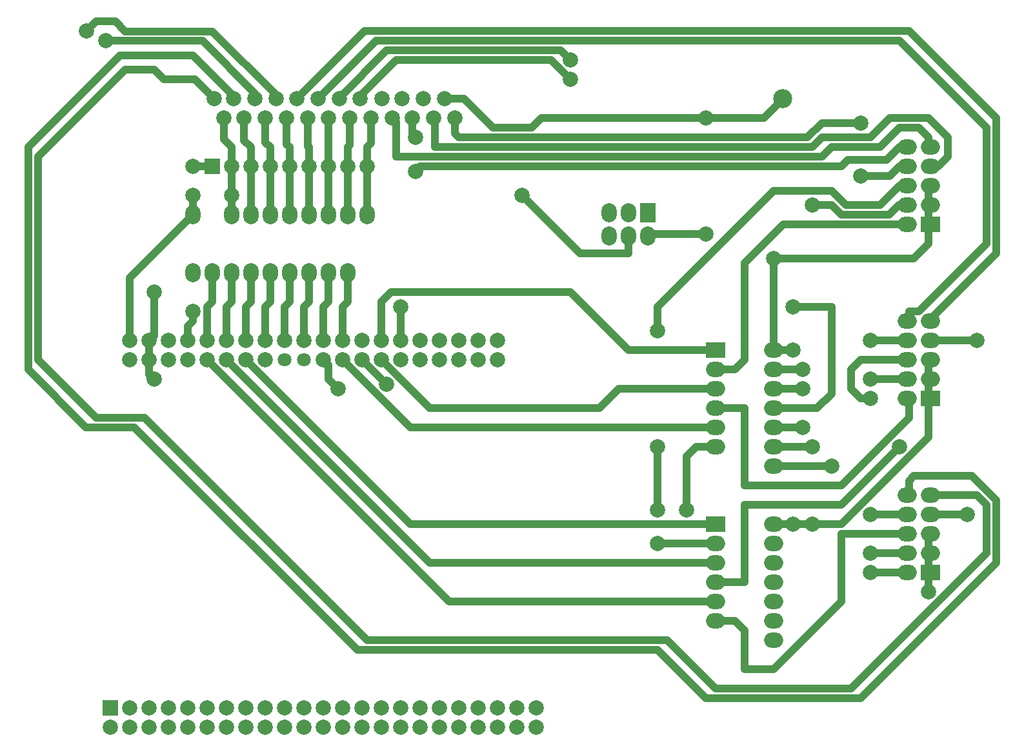
<source format=gbl>
G04 (created by PCBNEW (22-Jun-2014 BZR 4027)-stable) date Thu 19 Nov 2015 16:17:14 GMT*
%MOIN*%
G04 Gerber Fmt 3.4, Leading zero omitted, Abs format*
%FSLAX34Y34*%
G01*
G70*
G90*
G04 APERTURE LIST*
%ADD10C,0.00590551*%
%ADD11R,0.0787402X0.0787402*%
%ADD12C,0.0787402*%
%ADD13O,0.0787402X0.0984252*%
%ADD14C,0.0984252*%
%ADD15R,0.0787402X0.0984252*%
%ADD16O,0.0984252X0.0787402*%
%ADD17R,0.0984252X0.0787402*%
%ADD18C,0.0708661*%
%ADD19C,0.0393701*%
G04 APERTURE END LIST*
G54D10*
G54D11*
X82000Y-33000D03*
G54D12*
X83000Y-33000D03*
X84000Y-33000D03*
X85000Y-33000D03*
X86000Y-33000D03*
X87000Y-33000D03*
X88000Y-33000D03*
X89000Y-33000D03*
X90000Y-33000D03*
X81000Y-34500D03*
X81000Y-40500D03*
G54D13*
X81000Y-38500D03*
X82000Y-38500D03*
X83000Y-38500D03*
X84000Y-38500D03*
X85000Y-38500D03*
X86000Y-38500D03*
X87000Y-38500D03*
X88000Y-38500D03*
X89000Y-38500D03*
X90000Y-35500D03*
X89000Y-35500D03*
X88000Y-35500D03*
X87000Y-35500D03*
X86000Y-35500D03*
X85000Y-35500D03*
X84000Y-35500D03*
X83000Y-35500D03*
X81000Y-35500D03*
G54D14*
X111484Y-29500D03*
G54D12*
X82600Y-30500D03*
X83650Y-30500D03*
X84750Y-30500D03*
X85850Y-30500D03*
X86950Y-30500D03*
X88000Y-30500D03*
X89100Y-30500D03*
X90200Y-30500D03*
X91300Y-30500D03*
X92350Y-30500D03*
X93450Y-30500D03*
X94550Y-30500D03*
X82120Y-29500D03*
X83120Y-29500D03*
X84220Y-29500D03*
X85300Y-29500D03*
X86380Y-29500D03*
X87480Y-29500D03*
X88560Y-29500D03*
X89640Y-29500D03*
X90760Y-29500D03*
X91820Y-29500D03*
X92900Y-29500D03*
X94000Y-29500D03*
G54D15*
X104500Y-35401D03*
G54D13*
X104500Y-36598D03*
X103500Y-35401D03*
X103500Y-36598D03*
X102500Y-35401D03*
X102500Y-36598D03*
G54D16*
X119098Y-32000D03*
X117901Y-32000D03*
X117901Y-33000D03*
X119098Y-33000D03*
G54D17*
X119098Y-36000D03*
G54D16*
X117901Y-36000D03*
X119098Y-35000D03*
X117901Y-35000D03*
X119098Y-34000D03*
X117901Y-34000D03*
X119098Y-41000D03*
X117901Y-41000D03*
X117901Y-42000D03*
X119098Y-42000D03*
G54D17*
X119098Y-45000D03*
G54D16*
X117901Y-45000D03*
X119098Y-44000D03*
X117901Y-44000D03*
X119098Y-43000D03*
X117901Y-43000D03*
X119098Y-50000D03*
X117901Y-50000D03*
X117901Y-51000D03*
X119098Y-51000D03*
G54D17*
X119098Y-54000D03*
G54D16*
X117901Y-54000D03*
X119098Y-53000D03*
X117901Y-53000D03*
X119098Y-52000D03*
X117901Y-52000D03*
G54D17*
X108000Y-42500D03*
G54D16*
X108000Y-43500D03*
X108000Y-44500D03*
X108000Y-45500D03*
X108000Y-46500D03*
X108000Y-47500D03*
X111000Y-48500D03*
X111000Y-47500D03*
X111000Y-46500D03*
X111000Y-45500D03*
X111000Y-44500D03*
X111000Y-43500D03*
X111000Y-42500D03*
G54D17*
X108000Y-51500D03*
G54D16*
X108000Y-52500D03*
X108000Y-53500D03*
X108000Y-54500D03*
X108000Y-55500D03*
X108000Y-56500D03*
X111000Y-57500D03*
X111000Y-56500D03*
X111000Y-55500D03*
X111000Y-54500D03*
X111000Y-53500D03*
X111000Y-52500D03*
X111000Y-51500D03*
G54D12*
X77750Y-42000D03*
X77750Y-43000D03*
X78750Y-42000D03*
X78750Y-43000D03*
X79750Y-42000D03*
X79750Y-43000D03*
X80750Y-42000D03*
X80750Y-43000D03*
X81750Y-42000D03*
X81750Y-43000D03*
X82750Y-42000D03*
X82750Y-43000D03*
X83750Y-42000D03*
X83750Y-43000D03*
X84750Y-42000D03*
X84750Y-43000D03*
X85750Y-42000D03*
G54D18*
X85750Y-43000D03*
G54D12*
X86750Y-42000D03*
G54D18*
X86750Y-43000D03*
G54D12*
X87750Y-42000D03*
X87750Y-43000D03*
X88750Y-42000D03*
X88750Y-43000D03*
X89750Y-42000D03*
X89750Y-43000D03*
X90750Y-42000D03*
X90750Y-43000D03*
X91750Y-42000D03*
X91750Y-43000D03*
X92750Y-42000D03*
X92750Y-43000D03*
X93750Y-42000D03*
X93750Y-43000D03*
X94750Y-42000D03*
X94750Y-43000D03*
X95750Y-42000D03*
X95750Y-43000D03*
X96750Y-42000D03*
X96750Y-43000D03*
G54D11*
X76750Y-61000D03*
G54D12*
X76750Y-62000D03*
X77750Y-61000D03*
X77750Y-62000D03*
X78750Y-61000D03*
X78750Y-62000D03*
X79750Y-61000D03*
X79750Y-62000D03*
X80750Y-61000D03*
X80750Y-62000D03*
X81750Y-61000D03*
X81750Y-62000D03*
X82750Y-61000D03*
X82750Y-62000D03*
X83750Y-61000D03*
X83750Y-62000D03*
X84750Y-61000D03*
X84750Y-62000D03*
X85750Y-61000D03*
X85750Y-62000D03*
X86750Y-61000D03*
X86750Y-62000D03*
X87750Y-61000D03*
X87750Y-62000D03*
X88750Y-61000D03*
X88750Y-62000D03*
X89750Y-61000D03*
X89750Y-62000D03*
X90750Y-61000D03*
X90750Y-62000D03*
X91750Y-61000D03*
X91750Y-62000D03*
X92750Y-61000D03*
X92750Y-62000D03*
X93750Y-61000D03*
X93750Y-62000D03*
X94750Y-61000D03*
X94750Y-62000D03*
X95750Y-61000D03*
X95750Y-62000D03*
X96750Y-61000D03*
X96750Y-62000D03*
X97750Y-61000D03*
X97750Y-62000D03*
X98750Y-61000D03*
X98750Y-62000D03*
X112000Y-42500D03*
X112000Y-51500D03*
X111000Y-37750D03*
X107500Y-30500D03*
X107500Y-36500D03*
X81000Y-33000D03*
X79000Y-39500D03*
X79000Y-44000D03*
X119000Y-55000D03*
X113000Y-51500D03*
X83000Y-34500D03*
X98000Y-34500D03*
X113000Y-35000D03*
X112500Y-44500D03*
X91750Y-40250D03*
X112500Y-43500D03*
X105000Y-41500D03*
X105000Y-47500D03*
X105000Y-50750D03*
X105000Y-52500D03*
X92500Y-33250D03*
X92500Y-31500D03*
X115500Y-33500D03*
X115500Y-30750D03*
X116000Y-44000D03*
X112500Y-46500D03*
X91000Y-44250D03*
X112000Y-40250D03*
X116000Y-45000D03*
X117500Y-47500D03*
X121500Y-42000D03*
X100500Y-27500D03*
X116000Y-42000D03*
X100500Y-28500D03*
X116000Y-53000D03*
X114000Y-48500D03*
X88500Y-44500D03*
X113000Y-47500D03*
X106500Y-50750D03*
X116000Y-54000D03*
X121000Y-51000D03*
X76500Y-26500D03*
X116000Y-51000D03*
X75500Y-26000D03*
G54D19*
X77750Y-42000D02*
X77750Y-38750D01*
X77750Y-38750D02*
X81000Y-35500D01*
X81000Y-35500D02*
X81000Y-34500D01*
X111000Y-37750D02*
X118250Y-37750D01*
X119000Y-37000D02*
X119000Y-36000D01*
X118250Y-37750D02*
X119000Y-37000D01*
X111000Y-42500D02*
X111000Y-37750D01*
X111484Y-29500D02*
X111484Y-29515D01*
X110500Y-30500D02*
X107500Y-30500D01*
X111484Y-29515D02*
X110500Y-30500D01*
X94000Y-29500D02*
X95000Y-29500D01*
X99000Y-30500D02*
X107500Y-30500D01*
X98500Y-31000D02*
X99000Y-30500D01*
X96500Y-31000D02*
X98500Y-31000D01*
X95000Y-29500D02*
X96500Y-31000D01*
X104500Y-36500D02*
X107500Y-36500D01*
X78750Y-42000D02*
X79000Y-41750D01*
X81000Y-33000D02*
X82000Y-33000D01*
X79000Y-41750D02*
X79000Y-39500D01*
X78750Y-43000D02*
X78750Y-42000D01*
X78750Y-43750D02*
X78750Y-43000D01*
X79000Y-44000D02*
X78750Y-43750D01*
X119000Y-52000D02*
X119000Y-53000D01*
X119000Y-53000D02*
X119000Y-54000D01*
X119000Y-54000D02*
X119000Y-55000D01*
X112000Y-51500D02*
X113000Y-51500D01*
X113000Y-51500D02*
X114500Y-51500D01*
X119000Y-47000D02*
X119000Y-45000D01*
X114500Y-51500D02*
X119000Y-47000D01*
X119000Y-43000D02*
X119000Y-44000D01*
X119000Y-44000D02*
X119000Y-45000D01*
X111000Y-51500D02*
X112000Y-51500D01*
X111000Y-42500D02*
X112000Y-42500D01*
X119000Y-35000D02*
X119000Y-36000D01*
X119000Y-34000D02*
X119000Y-35000D01*
X103500Y-36500D02*
X103500Y-37500D01*
X101000Y-37500D02*
X98000Y-34500D01*
X103500Y-37500D02*
X101000Y-37500D01*
X83000Y-34500D02*
X83000Y-33000D01*
X83000Y-35500D02*
X83000Y-34500D01*
X82600Y-31600D02*
X82600Y-30500D01*
X83000Y-33000D02*
X83000Y-32000D01*
X83000Y-32000D02*
X82600Y-31600D01*
X82000Y-38500D02*
X82000Y-40000D01*
X81750Y-40250D02*
X81750Y-42000D01*
X82000Y-40000D02*
X81750Y-40250D01*
X84000Y-33000D02*
X84000Y-35500D01*
X83650Y-31650D02*
X83650Y-30500D01*
X84000Y-32000D02*
X83650Y-31650D01*
X84000Y-33000D02*
X84000Y-32000D01*
X83000Y-38500D02*
X83000Y-40000D01*
X82750Y-40250D02*
X82750Y-42000D01*
X83000Y-40000D02*
X82750Y-40250D01*
X89000Y-33000D02*
X89000Y-35500D01*
X89000Y-33000D02*
X89000Y-32000D01*
X89000Y-32000D02*
X89100Y-31900D01*
X89100Y-31900D02*
X89100Y-30500D01*
X88000Y-38500D02*
X88000Y-40000D01*
X87750Y-40250D02*
X87750Y-42000D01*
X88000Y-40000D02*
X87750Y-40250D01*
X90000Y-33000D02*
X90000Y-35500D01*
X90000Y-33000D02*
X90000Y-32000D01*
X90000Y-32000D02*
X90200Y-31800D01*
X90200Y-31800D02*
X90200Y-30500D01*
X89000Y-38500D02*
X89000Y-40000D01*
X88750Y-40250D02*
X88750Y-42000D01*
X89000Y-40000D02*
X88750Y-40250D01*
X85000Y-33000D02*
X85000Y-35500D01*
X84750Y-31750D02*
X84750Y-30500D01*
X85000Y-32000D02*
X84750Y-31750D01*
X85000Y-33000D02*
X85000Y-32000D01*
X84000Y-38500D02*
X84000Y-40000D01*
X83750Y-40250D02*
X83750Y-42000D01*
X84000Y-40000D02*
X83750Y-40250D01*
X111000Y-44500D02*
X112500Y-44500D01*
X117493Y-35000D02*
X118000Y-35000D01*
X116993Y-35500D02*
X117493Y-35000D01*
X114500Y-35500D02*
X116993Y-35500D01*
X114000Y-35000D02*
X114500Y-35500D01*
X113000Y-35000D02*
X114000Y-35000D01*
X111000Y-43500D02*
X112500Y-43500D01*
X91750Y-40250D02*
X91750Y-42000D01*
X108000Y-52500D02*
X105000Y-52500D01*
X117500Y-34000D02*
X118000Y-34000D01*
X116500Y-35000D02*
X117500Y-34000D01*
X114750Y-35000D02*
X116500Y-35000D01*
X114000Y-34250D02*
X114750Y-35000D01*
X111000Y-34250D02*
X114000Y-34250D01*
X105000Y-40250D02*
X111000Y-34250D01*
X105000Y-41500D02*
X105000Y-40250D01*
X105000Y-50750D02*
X105000Y-47500D01*
X108000Y-51500D02*
X92250Y-51500D01*
X92250Y-51500D02*
X83750Y-43000D01*
X86000Y-33000D02*
X86000Y-35500D01*
X85850Y-31850D02*
X85850Y-30500D01*
X86000Y-32000D02*
X85850Y-31850D01*
X86000Y-33000D02*
X86000Y-32000D01*
X85000Y-38500D02*
X85000Y-40000D01*
X84750Y-40250D02*
X84750Y-42000D01*
X85000Y-40000D02*
X84750Y-40250D01*
X108000Y-43500D02*
X109000Y-43500D01*
X111500Y-36000D02*
X118000Y-36000D01*
X109500Y-38000D02*
X111500Y-36000D01*
X109500Y-43000D02*
X109500Y-38000D01*
X109000Y-43500D02*
X109500Y-43000D01*
X90750Y-42000D02*
X90750Y-40000D01*
X103500Y-42500D02*
X108000Y-42500D01*
X100500Y-39500D02*
X103500Y-42500D01*
X91250Y-39500D02*
X100500Y-39500D01*
X90750Y-40000D02*
X91250Y-39500D01*
X91300Y-30500D02*
X91500Y-30700D01*
X119000Y-31500D02*
X119000Y-32000D01*
X118500Y-31000D02*
X119000Y-31500D01*
X117500Y-31000D02*
X118500Y-31000D01*
X116500Y-32000D02*
X117500Y-31000D01*
X116493Y-32000D02*
X116500Y-32000D01*
X114000Y-32000D02*
X116493Y-32000D01*
X113500Y-32500D02*
X114000Y-32000D01*
X91500Y-32500D02*
X113500Y-32500D01*
X91500Y-30700D02*
X91500Y-32500D01*
X92350Y-30500D02*
X92350Y-31350D01*
X117500Y-32000D02*
X118000Y-32000D01*
X116849Y-32650D02*
X117500Y-32000D01*
X114849Y-32650D02*
X116849Y-32650D01*
X114506Y-32993D02*
X114849Y-32650D01*
X92756Y-32993D02*
X114506Y-32993D01*
X92500Y-33250D02*
X92756Y-32993D01*
X92350Y-31350D02*
X92500Y-31500D01*
X93450Y-30500D02*
X93500Y-30550D01*
X119500Y-33000D02*
X119000Y-33000D01*
X120000Y-32500D02*
X119500Y-33000D01*
X120000Y-31500D02*
X120000Y-32500D01*
X119000Y-30500D02*
X120000Y-31500D01*
X117000Y-30500D02*
X119000Y-30500D01*
X116000Y-31500D02*
X117000Y-30500D01*
X113500Y-31500D02*
X116000Y-31500D01*
X113006Y-31993D02*
X113500Y-31500D01*
X113000Y-31993D02*
X113006Y-31993D01*
X113000Y-32000D02*
X113000Y-31993D01*
X93500Y-32000D02*
X113000Y-32000D01*
X93500Y-30550D02*
X93500Y-32000D01*
X94550Y-30500D02*
X94550Y-31300D01*
X117500Y-33000D02*
X118000Y-33000D01*
X117000Y-33500D02*
X117500Y-33000D01*
X115500Y-33500D02*
X117000Y-33500D01*
X113500Y-30750D02*
X115500Y-30750D01*
X112750Y-31500D02*
X113500Y-30750D01*
X94750Y-31500D02*
X112750Y-31500D01*
X94550Y-31300D02*
X94750Y-31500D01*
X111000Y-46500D02*
X112500Y-46500D01*
X116000Y-44000D02*
X118000Y-44000D01*
X111000Y-45500D02*
X113250Y-45500D01*
X91000Y-44250D02*
X89750Y-43000D01*
X114000Y-40250D02*
X112000Y-40250D01*
X114000Y-44750D02*
X114000Y-40250D01*
X113250Y-45500D02*
X114000Y-44750D01*
X108000Y-54500D02*
X109500Y-54500D01*
X115500Y-43000D02*
X118000Y-43000D01*
X115000Y-43500D02*
X115500Y-43000D01*
X115000Y-44500D02*
X115000Y-43500D01*
X115500Y-45000D02*
X115000Y-44500D01*
X116000Y-45000D02*
X115500Y-45000D01*
X114500Y-50500D02*
X117500Y-47500D01*
X109500Y-50500D02*
X114500Y-50500D01*
X109500Y-54500D02*
X109500Y-50500D01*
X108000Y-53500D02*
X93250Y-53500D01*
X93250Y-53500D02*
X82750Y-43000D01*
X87000Y-33000D02*
X87000Y-35500D01*
X87000Y-33000D02*
X87000Y-32000D01*
X87000Y-32000D02*
X86950Y-31950D01*
X86950Y-31950D02*
X86950Y-30500D01*
X86000Y-38500D02*
X86000Y-40000D01*
X85750Y-40250D02*
X85750Y-42000D01*
X86000Y-40000D02*
X85750Y-40250D01*
X108000Y-45500D02*
X109500Y-45500D01*
X118000Y-46000D02*
X118000Y-45000D01*
X114500Y-49500D02*
X118000Y-46000D01*
X109500Y-49500D02*
X114500Y-49500D01*
X109500Y-45500D02*
X109500Y-49500D01*
X108000Y-44500D02*
X103000Y-44500D01*
X93250Y-45500D02*
X90750Y-43000D01*
X102000Y-45500D02*
X93250Y-45500D01*
X103000Y-44500D02*
X102000Y-45500D01*
X86380Y-29500D02*
X89880Y-26000D01*
X122500Y-37500D02*
X119000Y-41000D01*
X122500Y-30500D02*
X122500Y-37500D01*
X118000Y-26000D02*
X122500Y-30500D01*
X89880Y-26000D02*
X118000Y-26000D01*
X87480Y-29500D02*
X90480Y-26500D01*
X118000Y-40500D02*
X118000Y-41000D01*
X118500Y-40500D02*
X118000Y-40500D01*
X122000Y-37000D02*
X118500Y-40500D01*
X122000Y-31000D02*
X122000Y-37000D01*
X117500Y-26500D02*
X122000Y-31000D01*
X90480Y-26500D02*
X117500Y-26500D01*
X88560Y-29500D02*
X88560Y-29440D01*
X121500Y-42000D02*
X119000Y-42000D01*
X100000Y-27000D02*
X100500Y-27500D01*
X91000Y-27000D02*
X100000Y-27000D01*
X88560Y-29440D02*
X91000Y-27000D01*
X89640Y-29500D02*
X89640Y-29360D01*
X116000Y-42000D02*
X118000Y-42000D01*
X99500Y-27500D02*
X100500Y-28500D01*
X91500Y-27500D02*
X99500Y-27500D01*
X89640Y-29360D02*
X91500Y-27500D01*
X111000Y-48500D02*
X114000Y-48500D01*
X116000Y-53000D02*
X118000Y-53000D01*
X111000Y-47500D02*
X113000Y-47500D01*
X88000Y-43250D02*
X87750Y-43000D01*
X88000Y-44000D02*
X88000Y-43250D01*
X88500Y-44500D02*
X88000Y-44000D01*
X118000Y-52000D02*
X114500Y-52000D01*
X109000Y-56500D02*
X108000Y-56500D01*
X109500Y-57000D02*
X109000Y-56500D01*
X109500Y-59000D02*
X109500Y-57000D01*
X110500Y-59000D02*
X109500Y-59000D01*
X111000Y-59000D02*
X110500Y-59000D01*
X114500Y-55500D02*
X111000Y-59000D01*
X114500Y-52000D02*
X114500Y-55500D01*
X108000Y-55500D02*
X94250Y-55500D01*
X94250Y-55500D02*
X81750Y-43000D01*
X88000Y-33000D02*
X88000Y-35500D01*
X88000Y-33000D02*
X88000Y-30500D01*
X87000Y-38500D02*
X87000Y-40000D01*
X86750Y-40250D02*
X86750Y-42000D01*
X87000Y-40000D02*
X86750Y-40250D01*
X118000Y-54000D02*
X116000Y-54000D01*
X107000Y-47500D02*
X108000Y-47500D01*
X106500Y-48000D02*
X107000Y-47500D01*
X106500Y-50750D02*
X106500Y-48000D01*
X108000Y-46500D02*
X92250Y-46500D01*
X92250Y-46500D02*
X88750Y-43000D01*
X82120Y-29500D02*
X81120Y-28500D01*
X121500Y-50000D02*
X119000Y-50000D01*
X122000Y-50500D02*
X121500Y-50000D01*
X122000Y-53000D02*
X122000Y-50500D01*
X115000Y-60000D02*
X122000Y-53000D01*
X108000Y-60000D02*
X115000Y-60000D01*
X105500Y-57500D02*
X108000Y-60000D01*
X90000Y-57500D02*
X105500Y-57500D01*
X78500Y-46000D02*
X90000Y-57500D01*
X76000Y-46000D02*
X78500Y-46000D01*
X73000Y-43000D02*
X76000Y-46000D01*
X73000Y-32500D02*
X73000Y-43000D01*
X77500Y-28000D02*
X73000Y-32500D01*
X79000Y-28000D02*
X77500Y-28000D01*
X79500Y-28500D02*
X79000Y-28000D01*
X81120Y-28500D02*
X79500Y-28500D01*
X83120Y-29500D02*
X83120Y-29370D01*
X118000Y-49250D02*
X118000Y-50000D01*
X118250Y-49000D02*
X118000Y-49250D01*
X121250Y-49000D02*
X118250Y-49000D01*
X122500Y-50250D02*
X121250Y-49000D01*
X122500Y-53500D02*
X122500Y-50250D01*
X115500Y-60500D02*
X122500Y-53500D01*
X107500Y-60500D02*
X115500Y-60500D01*
X105000Y-58000D02*
X107500Y-60500D01*
X89500Y-58000D02*
X105000Y-58000D01*
X77993Y-46493D02*
X89500Y-58000D01*
X75493Y-46493D02*
X77993Y-46493D01*
X72500Y-43500D02*
X75493Y-46493D01*
X72500Y-32000D02*
X72500Y-43500D01*
X77250Y-27250D02*
X72500Y-32000D01*
X81000Y-27250D02*
X77250Y-27250D01*
X83120Y-29370D02*
X81000Y-27250D01*
X84220Y-29500D02*
X84220Y-29220D01*
X121000Y-51000D02*
X119000Y-51000D01*
X81500Y-26500D02*
X76500Y-26500D01*
X84220Y-29220D02*
X81500Y-26500D01*
X85300Y-29500D02*
X85300Y-29300D01*
X116000Y-51000D02*
X118000Y-51000D01*
X76000Y-25500D02*
X75500Y-26000D01*
X77000Y-25500D02*
X76000Y-25500D01*
X77506Y-26006D02*
X77000Y-25500D01*
X82006Y-26006D02*
X77506Y-26006D01*
X85300Y-29300D02*
X82006Y-26006D01*
X81000Y-40500D02*
X81000Y-41000D01*
X80750Y-41250D02*
X80750Y-42000D01*
X81000Y-41000D02*
X80750Y-41250D01*
M02*

</source>
